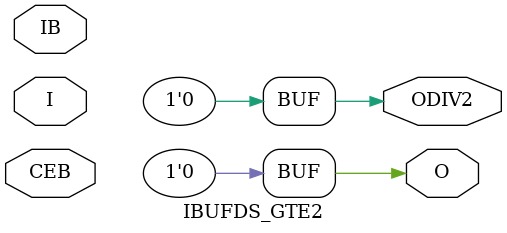
<source format=v>
module IBUFDS_GTE2(	// file.cleaned.mlir:2:3
  input  CEB,	// file.cleaned.mlir:2:29
         I,	// file.cleaned.mlir:2:43
         IB,	// file.cleaned.mlir:2:55
  output O,	// file.cleaned.mlir:2:69
         ODIV2	// file.cleaned.mlir:2:81
);

  assign O = 1'h0;	// file.cleaned.mlir:3:14, :4:5
  assign ODIV2 = 1'h0;	// file.cleaned.mlir:3:14, :4:5
endmodule


</source>
